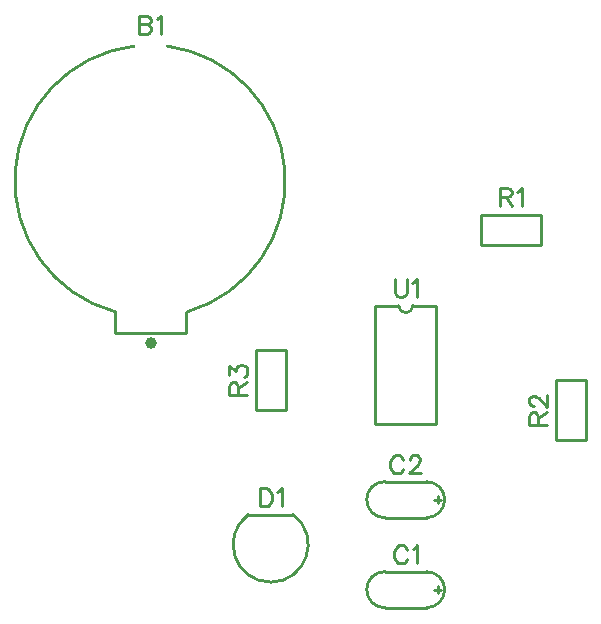
<source format=gbr>
G04 DipTrace 2.1.9.5*
%INTopSilk.gbr*%
%MOIN*%
%ADD10C,0.0098*%
%ADD22C,0.0394*%
%ADD50C,0.0093*%
%FSLAX44Y44*%
%SFA1B1*%
%OFA0B0*%
G04*
G70*
G90*
G75*
G01*
%LNTopSilk*%
%LPD*%
X14524Y10469D2*
D10*
Y6531D1*
X12476D2*
X14524D1*
X12476Y10469D2*
Y6531D1*
Y10469D2*
X13264D1*
X14524D2*
X13736D1*
X13264D2*
G03X13736Y10469I236J0D01*
G01*
X17998Y12500D2*
X16002D1*
Y13500D2*
Y12500D1*
X17998Y13500D2*
X16002D1*
X17998D2*
Y12500D1*
X19500Y7998D2*
Y6002D1*
X18500D2*
X19500D1*
X18500Y7998D2*
Y6002D1*
Y7998D2*
X19500D1*
X9500Y8998D2*
Y7002D1*
X8500D2*
X9500D1*
X8500Y8998D2*
Y7002D1*
Y8998D2*
X9500D1*
X8251Y3500D2*
X9749D1*
X8248Y3498D2*
G03X9752Y3498I752J-998D01*
G01*
X14199Y1600D2*
X12801D1*
X14199Y400D2*
X12801D1*
Y1600D2*
G03X12801Y400I-1J-600D01*
G01*
X14199D2*
G03X14199Y1600I1J600D01*
G01*
X14563Y1118D2*
Y882D1*
X14681Y1000D2*
X14445D1*
X14199Y4600D2*
X12801D1*
X14199Y3400D2*
X12801D1*
Y4600D2*
G03X12801Y3400I-1J-600D01*
G01*
X14199D2*
G03X14199Y4600I1J600D01*
G01*
X14563Y4118D2*
Y3882D1*
X14681Y4000D2*
X14445D1*
D22*
X5000Y9228D3*
X3819Y9543D2*
D10*
X6181D1*
X3819D2*
Y10252D1*
X6181Y9543D2*
Y10252D1*
X3819Y10262D2*
G02X4448Y19120I1175J4368D01*
G01*
X6221Y10262D2*
G03X5551Y19120I-1273J4358D01*
G01*
X13134Y11347D2*
D50*
Y10917D1*
D2*
X13163Y10831D1*
D2*
X13221Y10773D1*
D2*
X13307Y10744D1*
D2*
X13364D1*
D2*
X13450Y10773D1*
D2*
X13508Y10831D1*
D2*
X13536Y10917D1*
D2*
Y11347D1*
X13722Y11232D2*
X13779Y11261D1*
D2*
X13866Y11347D1*
D2*
Y10744D1*
X16634Y14091D2*
X16892D1*
D2*
X16979Y14121D1*
D2*
X17008Y14149D1*
D2*
X17036Y14206D1*
D2*
Y14264D1*
D2*
X17008Y14321D1*
D2*
X16979Y14350D1*
D2*
X16892Y14379D1*
D2*
X16634D1*
D2*
Y13776D1*
X16835Y14091D2*
X17036Y13776D1*
X17222Y14263D2*
X17279Y14292D1*
D2*
X17366Y14378D1*
D2*
Y13776D1*
X17909Y6505D2*
Y6763D1*
D2*
X17879Y6850D1*
D2*
X17851Y6879D1*
D2*
X17794Y6907D1*
D2*
X17736D1*
D2*
X17679Y6879D1*
D2*
X17650Y6850D1*
D2*
X17621Y6763D1*
D2*
Y6505D1*
D2*
X18224D1*
X17909Y6706D2*
X18224Y6907D1*
X17765Y7122D2*
X17737D1*
D2*
X17679Y7150D1*
D2*
X17651Y7179D1*
D2*
X17622Y7237D1*
D2*
Y7351D1*
D2*
X17651Y7408D1*
D2*
X17679Y7437D1*
D2*
X17737Y7466D1*
D2*
X17794D1*
D2*
X17851Y7437D1*
D2*
X17937Y7380D1*
D2*
X18224Y7093D1*
D2*
Y7495D1*
X7909Y7505D2*
Y7763D1*
D2*
X7879Y7850D1*
D2*
X7851Y7879D1*
D2*
X7794Y7907D1*
D2*
X7736D1*
D2*
X7679Y7879D1*
D2*
X7650Y7850D1*
D2*
X7621Y7763D1*
D2*
Y7505D1*
D2*
X8224D1*
X7909Y7706D2*
X8224Y7907D1*
X7622Y8150D2*
Y8465D1*
D2*
X7851Y8294D1*
D2*
Y8380D1*
D2*
X7880Y8437D1*
D2*
X7909Y8465D1*
D2*
X7995Y8495D1*
D2*
X8052D1*
D2*
X8138Y8465D1*
D2*
X8196Y8408D1*
D2*
X8224Y8322D1*
D2*
Y8236D1*
D2*
X8196Y8150D1*
D2*
X8167Y8122D1*
D2*
X8109Y8093D1*
X8634Y4379D2*
Y3776D1*
D2*
X8835D1*
D2*
X8922Y3805D1*
D2*
X8979Y3862D1*
D2*
X9008Y3920D1*
D2*
X9036Y4005D1*
D2*
Y4149D1*
D2*
X9008Y4235D1*
D2*
X8979Y4292D1*
D2*
X8922Y4350D1*
D2*
X8835Y4379D1*
D2*
X8634D1*
X9222Y4263D2*
X9279Y4292D1*
D2*
X9366Y4378D1*
D2*
Y3776D1*
X13551Y2335D2*
X13522Y2392D1*
D2*
X13464Y2450D1*
D2*
X13407Y2479D1*
D2*
X13293D1*
D2*
X13235Y2450D1*
D2*
X13178Y2392D1*
D2*
X13149Y2335D1*
D2*
X13120Y2249D1*
D2*
Y2105D1*
D2*
X13149Y2020D1*
D2*
X13178Y1962D1*
D2*
X13235Y1905D1*
D2*
X13293Y1876D1*
D2*
X13407D1*
D2*
X13464Y1905D1*
D2*
X13522Y1962D1*
D2*
X13551Y2020D1*
X13736Y2363D2*
X13794Y2392D1*
D2*
X13880Y2478D1*
D2*
Y1876D1*
X13422Y5335D2*
X13393Y5392D1*
D2*
X13335Y5450D1*
D2*
X13278Y5479D1*
D2*
X13164D1*
D2*
X13106Y5450D1*
D2*
X13049Y5392D1*
D2*
X13020Y5335D1*
D2*
X12991Y5249D1*
D2*
Y5105D1*
D2*
X13020Y5020D1*
D2*
X13049Y4962D1*
D2*
X13106Y4905D1*
D2*
X13164Y4876D1*
D2*
X13278D1*
D2*
X13335Y4905D1*
D2*
X13393Y4962D1*
D2*
X13422Y5020D1*
X13636Y5335D2*
Y5363D1*
D2*
X13665Y5421D1*
D2*
X13693Y5449D1*
D2*
X13751Y5478D1*
D2*
X13866D1*
D2*
X13923Y5449D1*
D2*
X13951Y5421D1*
D2*
X13980Y5363D1*
D2*
Y5306D1*
D2*
X13951Y5249D1*
D2*
X13894Y5163D1*
D2*
X13607Y4876D1*
D2*
X14009D1*
X4614Y20127D2*
Y19524D1*
D2*
X4873D1*
D2*
X4959Y19553D1*
D2*
X4987Y19582D1*
D2*
X5016Y19639D1*
D2*
Y19725D1*
D2*
X4987Y19782D1*
D2*
X4959Y19811D1*
D2*
X4873Y19840D1*
D2*
X4959Y19869D1*
D2*
X4987Y19897D1*
D2*
X5016Y19954D1*
D2*
Y20012D1*
D2*
X4987Y20069D1*
D2*
X4959Y20098D1*
D2*
X4873Y20127D1*
D2*
X4614D1*
Y19840D2*
X4873D1*
X5201Y20011D2*
X5259Y20040D1*
D2*
X5345Y20126D1*
D2*
Y19524D1*
M02*

</source>
